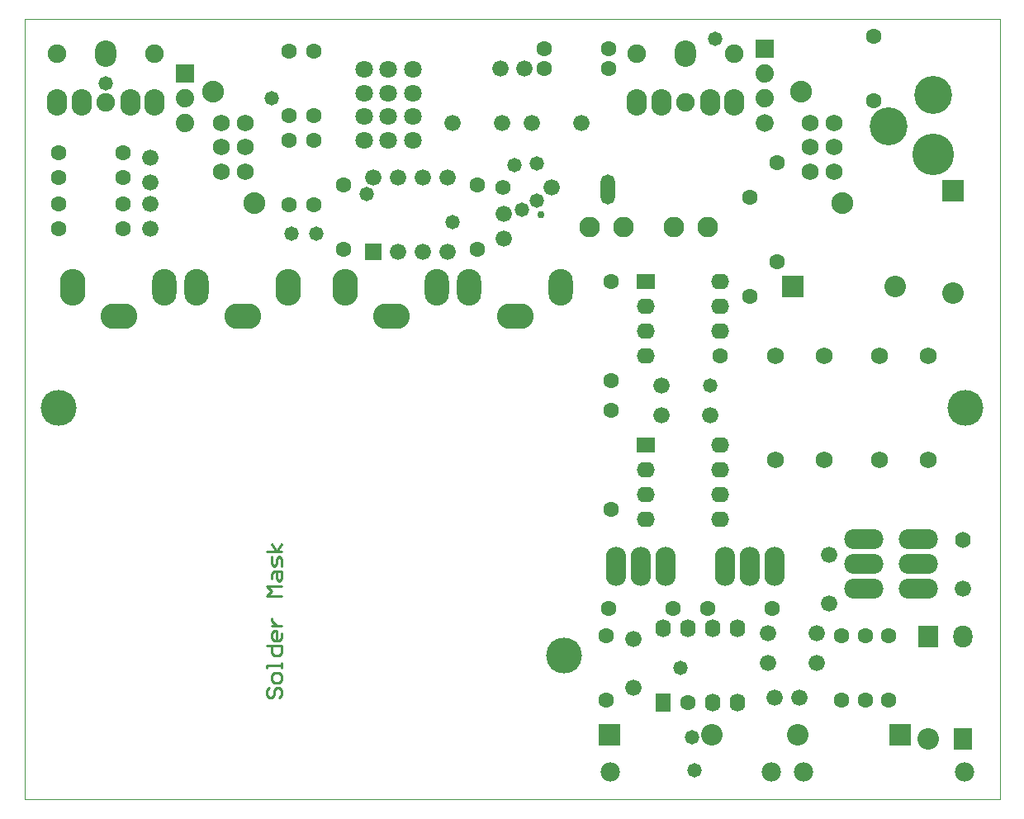
<source format=gts>
%FSTAX24Y24*%
%MOIN*%
G70*
G01*
G75*
G04 Layer_Color=8388736*
%ADD10C,0.0200*%
%ADD11C,0.0220*%
%ADD12C,0.0160*%
%ADD13C,0.0100*%
%ADD14C,0.0150*%
%ADD15C,0.0120*%
%ADD16C,0.0300*%
%ADD17C,0.0250*%
%ADD18C,0.0450*%
%ADD19C,0.0420*%
%ADD20C,0.1000*%
%ADD21C,0.0350*%
%ADD22C,0.0500*%
%ADD23C,0.0600*%
%ADD24C,0.0700*%
%ADD25C,0.0400*%
%ADD26C,0.0550*%
%ADD27C,0.0380*%
%ADD28C,0.0750*%
%ADD29R,0.0559X0.1130*%
%ADD30C,0.0010*%
%ADD31C,0.0670*%
%ADD32O,0.0748X0.0984*%
%ADD33O,0.0787X0.0984*%
%ADD34O,0.0950X0.1400*%
%ADD35O,0.0900X0.1400*%
%ADD36O,0.1400X0.0950*%
%ADD37C,0.0750*%
%ADD38C,0.0580*%
%ADD39C,0.0640*%
%ADD40C,0.0660*%
%ADD41R,0.0660X0.0660*%
%ADD42C,0.0550*%
%ADD43O,0.0540X0.0580*%
%ADD44C,0.0540*%
%ADD45C,0.0500*%
%ADD46C,0.1600*%
%ADD47C,0.1450*%
%ADD48C,0.0700*%
%ADD49O,0.0740X0.1500*%
%ADD50O,0.1500X0.0740*%
%ADD51C,0.0600*%
%ADD52C,0.0800*%
%ADD53O,0.0550X0.0650*%
%ADD54R,0.0550X0.0650*%
%ADD55R,0.0580X0.0580*%
%ADD56O,0.0650X0.0550*%
%ADD57R,0.0650X0.0550*%
%ADD58R,0.0787X0.0787*%
%ADD59C,0.0787*%
%ADD60R,0.0787X0.0787*%
%ADD61R,0.0730X0.0800*%
%ADD62R,0.0690X0.0800*%
%ADD63O,0.0690X0.0800*%
%ADD64C,0.1370*%
%ADD65C,0.0630*%
%ADD66C,0.0079*%
%ADD67C,0.0118*%
%ADD68C,0.0080*%
%ADD69C,0.0090*%
%ADD70R,0.0315X0.1102*%
%ADD71R,0.1102X0.0315*%
%ADD72C,0.0300*%
%ADD73O,0.0828X0.1064*%
%ADD74O,0.0867X0.1064*%
%ADD75O,0.1030X0.1480*%
%ADD76O,0.0980X0.1480*%
%ADD77O,0.1480X0.1030*%
%ADD78C,0.0830*%
%ADD79C,0.0720*%
%ADD80C,0.0740*%
%ADD81R,0.0740X0.0740*%
%ADD82O,0.0620X0.0660*%
%ADD83C,0.0620*%
%ADD84C,0.1680*%
%ADD85C,0.1530*%
%ADD86C,0.0780*%
%ADD87O,0.0820X0.1580*%
%ADD88O,0.1580X0.0820*%
%ADD89C,0.0680*%
%ADD90C,0.0880*%
%ADD91O,0.0630X0.0730*%
%ADD92R,0.0630X0.0730*%
%ADD93O,0.0730X0.0630*%
%ADD94R,0.0730X0.0630*%
%ADD95R,0.0867X0.0867*%
%ADD96C,0.0867*%
%ADD97R,0.0867X0.0867*%
%ADD98R,0.0810X0.0880*%
%ADD99R,0.0770X0.0880*%
%ADD100O,0.0770X0.0880*%
%ADD101C,0.0710*%
G36*
X00415Y-0072D02*
X00355D01*
Y-00655D01*
X00415D01*
Y-0072D01*
D02*
G37*
D13*
X-0098Y-027D02*
X-0099Y-0271D01*
Y-0273D01*
X-0098Y-0274D01*
X-0097D01*
X-0096Y-0273D01*
Y-0271D01*
X-0095Y-027D01*
X-0094D01*
X-0093Y-0271D01*
Y-0273D01*
X-0094Y-0274D01*
X-0093Y-0267D02*
Y-0265D01*
X-0094Y-0264D01*
X-0096D01*
X-0097Y-0265D01*
Y-0267D01*
X-0096Y-0268D01*
X-0094D01*
X-0093Y-0267D01*
Y-0262D02*
Y-026D01*
Y-0261D01*
X-0099D01*
Y-0262D01*
Y-025301D02*
X-0093D01*
Y-025601D01*
X-0094Y-025701D01*
X-0096D01*
X-0097Y-025601D01*
Y-025301D01*
X-0093Y-024801D02*
Y-025001D01*
X-0094Y-025101D01*
X-0096D01*
X-0097Y-025001D01*
Y-024801D01*
X-0096Y-024701D01*
X-0095D01*
Y-025101D01*
X-0097Y-024501D02*
X-0093D01*
X-0095D01*
X-0096Y-024401D01*
X-0097Y-024301D01*
Y-024201D01*
X-0093Y-023301D02*
X-0099D01*
X-0097Y-023101D01*
X-0099Y-022901D01*
X-0093D01*
X-0097Y-022602D02*
Y-022402D01*
X-0096Y-022302D01*
X-0093D01*
Y-022602D01*
X-0094Y-022702D01*
X-0095Y-022602D01*
Y-022302D01*
X-0093Y-022102D02*
Y-021802D01*
X-0094Y-021702D01*
X-0095Y-021802D01*
Y-022002D01*
X-0096Y-022102D01*
X-0097Y-022002D01*
Y-021702D01*
X-0093Y-021502D02*
X-0099D01*
X-0095D02*
X-0097Y-021202D01*
X-0095Y-021502D02*
X-0093Y-021202D01*
D30*
X-019685Y-0315D02*
Y0D01*
X019685D01*
X-019685Y-0315D02*
X019685D01*
Y0D01*
D37*
X005031Y-0014D02*
D03*
X008968D02*
D03*
X007Y-003368D02*
D03*
X-0164D02*
D03*
X-014432Y-0014D02*
D03*
X-018369D02*
D03*
D38*
X007984Y-0148D02*
D03*
X-0089Y-00865D02*
D03*
X-0079D02*
D03*
X00385Y-00655D02*
D03*
X-009695Y-003195D02*
D03*
X00009Y-00589D02*
D03*
X001Y-00584D02*
D03*
X00725Y-029D02*
D03*
X00735Y-03033D02*
D03*
X0004Y-0077D02*
D03*
X00098Y-00734D02*
D03*
X0068Y-0262D02*
D03*
X-00587Y-00705D02*
D03*
X-0164Y-0026D02*
D03*
X00385Y-0072D02*
D03*
X0082Y-0008D02*
D03*
X-0024Y-0082D02*
D03*
D40*
X0106Y-0274D02*
D03*
X0116D02*
D03*
X012284Y-0248D02*
D03*
X010316D02*
D03*
X0049Y-026984D02*
D03*
Y-025016D02*
D03*
X0128Y-021616D02*
D03*
Y-023584D02*
D03*
X0182Y-022984D02*
D03*
X006016Y-016D02*
D03*
X007984D02*
D03*
X001584Y-0068D02*
D03*
X006016Y-0148D02*
D03*
X010316Y-026D02*
D03*
X012284D02*
D03*
X0008Y-0042D02*
D03*
X0028D02*
D03*
X-0004D02*
D03*
X-0024D02*
D03*
X00049Y-002D02*
D03*
X-00049D02*
D03*
X-0146Y-0066D02*
D03*
Y-0056D02*
D03*
Y-00845D02*
D03*
Y-00745D02*
D03*
X-00035Y-00885D02*
D03*
Y-00785D02*
D03*
X-0036Y-0094D02*
D03*
X-0026D02*
D03*
Y-0064D02*
D03*
X-0036D02*
D03*
X-0046D02*
D03*
X-0056D02*
D03*
X-0046Y-0094D02*
D03*
D41*
X-0056D02*
D03*
D47*
X0021Y-0257D02*
D03*
X0183Y-0157D02*
D03*
X-0183D02*
D03*
D65*
X-008Y-0049D02*
D03*
Y-0075D02*
D03*
X-009Y-0013D02*
D03*
Y-0039D02*
D03*
X-0068Y-0067D02*
D03*
Y-0093D02*
D03*
X-0183Y-00845D02*
D03*
X-0157D02*
D03*
X-0183Y-00745D02*
D03*
X-0157D02*
D03*
X0039Y-002D02*
D03*
X0013D02*
D03*
X-009Y-0049D02*
D03*
Y-0075D02*
D03*
X-0014Y-0067D02*
D03*
Y-0093D02*
D03*
X-0183Y-0064D02*
D03*
X-0157D02*
D03*
X-0183Y-0054D02*
D03*
X-0157D02*
D03*
X0039Y-0012D02*
D03*
X0013D02*
D03*
X0079Y-0238D02*
D03*
X0105D02*
D03*
X0133Y-0275D02*
D03*
Y-0249D02*
D03*
X0146Y-0007D02*
D03*
Y-0033D02*
D03*
X0039Y-0238D02*
D03*
X0065D02*
D03*
X01425Y-0275D02*
D03*
Y-0249D02*
D03*
X-008Y-0013D02*
D03*
Y-0039D02*
D03*
X0152Y-0249D02*
D03*
Y-0275D02*
D03*
X0038Y-0249D02*
D03*
Y-0275D02*
D03*
X0107Y-0098D02*
D03*
Y-0058D02*
D03*
X0096Y-0112D02*
D03*
Y-0072D02*
D03*
X004Y-0198D02*
D03*
Y-0158D02*
D03*
Y-0146D02*
D03*
Y-0106D02*
D03*
X0071Y-0276D02*
D03*
X0084Y-0136D02*
D03*
D72*
X00115Y-0079D02*
D03*
D73*
X006016Y-003368D02*
D03*
X005031D02*
D03*
X007984D02*
D03*
X008968D02*
D03*
X-014432D02*
D03*
X-015416D02*
D03*
X-018369D02*
D03*
X-017384D02*
D03*
D74*
X007Y-0014D02*
D03*
X-0164D02*
D03*
D75*
X-00903Y-01084D02*
D03*
X-01775D02*
D03*
X-00675D02*
D03*
D76*
X-01275D02*
D03*
X-01403D02*
D03*
X-00303D02*
D03*
X-00175D02*
D03*
X00197D02*
D03*
D77*
X-01089Y-012D02*
D03*
X-01589D02*
D03*
X-00489D02*
D03*
X00011D02*
D03*
D78*
X006511Y-0084D02*
D03*
X007889D02*
D03*
X004489D02*
D03*
X003111D02*
D03*
D79*
X0102Y-0042D02*
D03*
D80*
Y-0032D02*
D03*
Y-0022D02*
D03*
X-0132Y-0042D02*
D03*
Y-0032D02*
D03*
D81*
X0102Y-0012D02*
D03*
X-0132Y-0022D02*
D03*
D82*
X0182Y-021016D02*
D03*
D83*
X-000384Y-0068D02*
D03*
D84*
X017Y-005452D02*
D03*
D85*
Y-00305D02*
D03*
X015189Y-00431D02*
D03*
D86*
X01825Y-0304D02*
D03*
X01175D02*
D03*
X01045D02*
D03*
X00395D02*
D03*
D87*
X0086Y-0221D02*
D03*
X0096D02*
D03*
X0106D02*
D03*
X0042D02*
D03*
X0052D02*
D03*
X0062D02*
D03*
D88*
X0142Y-021D02*
D03*
Y-022D02*
D03*
Y-023D02*
D03*
X0164Y-021D02*
D03*
Y-022D02*
D03*
Y-023D02*
D03*
D89*
X0126Y-0136D02*
D03*
X01064D02*
D03*
X0126Y-0178D02*
D03*
X01064D02*
D03*
X0168Y-0136D02*
D03*
X01484D02*
D03*
X0168Y-0178D02*
D03*
X01484D02*
D03*
X01298Y-00617D02*
D03*
X01201D02*
D03*
X01298Y-00517D02*
D03*
X01201D02*
D03*
X01299Y-0042D02*
D03*
X01201D02*
D03*
X-01174D02*
D03*
X-01076D02*
D03*
X-01174Y-00517D02*
D03*
X-01077D02*
D03*
X-01174Y-00617D02*
D03*
X-01077D02*
D03*
D90*
X01333Y-00743D02*
D03*
X01167Y-00294D02*
D03*
X-01208D02*
D03*
X-01042Y-00743D02*
D03*
D91*
X0081Y-0276D02*
D03*
X0091D02*
D03*
Y-0246D02*
D03*
X0081D02*
D03*
X0071D02*
D03*
X0061D02*
D03*
D92*
Y-0276D02*
D03*
D93*
X0054Y-0126D02*
D03*
Y-0136D02*
D03*
X0084Y-0126D02*
D03*
Y-0116D02*
D03*
Y-0106D02*
D03*
X0054Y-0116D02*
D03*
Y-0182D02*
D03*
X0084Y-0172D02*
D03*
Y-0182D02*
D03*
Y-0192D02*
D03*
Y-0202D02*
D03*
X0054D02*
D03*
Y-0192D02*
D03*
D94*
Y-0106D02*
D03*
Y-0172D02*
D03*
D95*
X015659Y-0289D02*
D03*
X011341Y-0108D02*
D03*
X003941Y-0289D02*
D03*
D96*
X011541D02*
D03*
X0178Y-011059D02*
D03*
X015459Y-0108D02*
D03*
X0168Y-029059D02*
D03*
X008059Y-0289D02*
D03*
D97*
X0178Y-006941D02*
D03*
D98*
X0168Y-024941D02*
D03*
D99*
X0182Y-029059D02*
D03*
D100*
Y-024941D02*
D03*
D101*
X-004016Y-0049D02*
D03*
X-005984D02*
D03*
X-005D02*
D03*
X-004016Y-003916D02*
D03*
X-005D02*
D03*
X-005984D02*
D03*
Y-002016D02*
D03*
X-005D02*
D03*
X-004016D02*
D03*
X-005Y-003D02*
D03*
X-005984D02*
D03*
X-004016D02*
D03*
M02*

</source>
